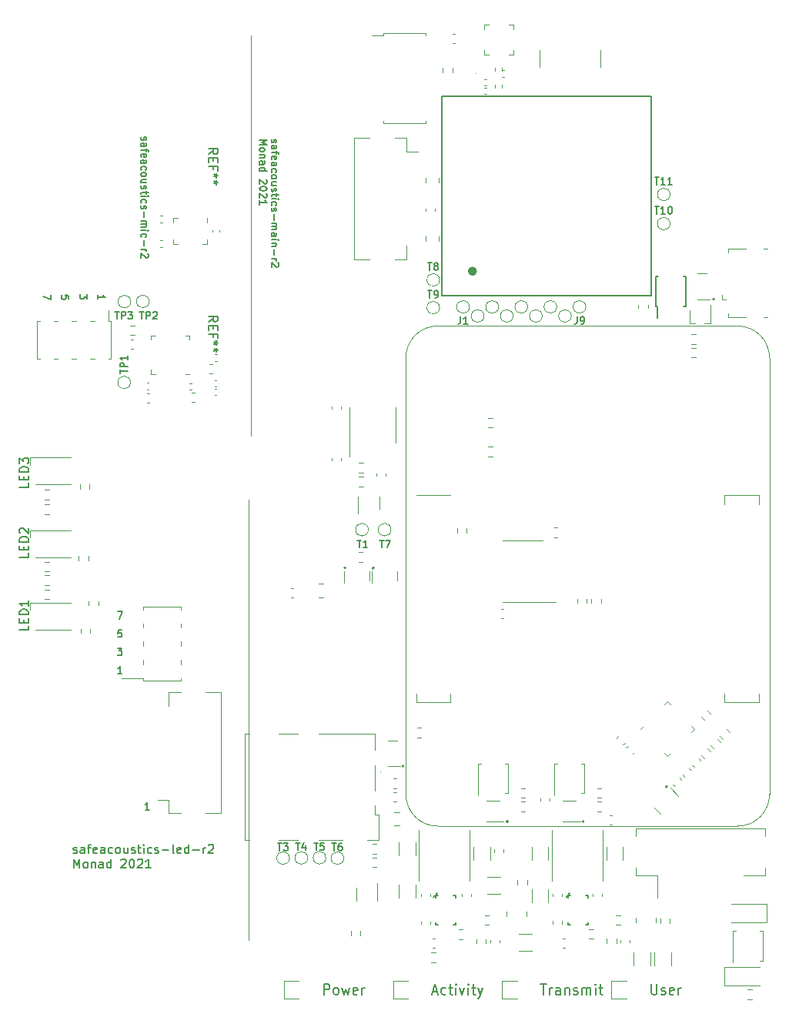
<source format=gbr>
%TF.GenerationSoftware,KiCad,Pcbnew,5.99.0-1.20210329git38c849b.fc33*%
%TF.CreationDate,2021-04-01T23:54:56+01:00*%
%TF.ProjectId,safeproject-panel-r2,73616665-7072-46f6-9a65-63742d70616e,rev?*%
%TF.SameCoordinates,Original*%
%TF.FileFunction,Legend,Top*%
%TF.FilePolarity,Positive*%
%FSLAX46Y46*%
G04 Gerber Fmt 4.6, Leading zero omitted, Abs format (unit mm)*
G04 Created by KiCad (PCBNEW 5.99.0-1.20210329git38c849b.fc33) date 2021-04-01 23:54:56*
%MOMM*%
%LPD*%
G01*
G04 APERTURE LIST*
%ADD10C,0.200000*%
%ADD11C,0.150000*%
%ADD12C,0.010000*%
%ADD13C,0.120000*%
%ADD14C,0.100000*%
%ADD15C,0.127000*%
%ADD16C,0.508000*%
G04 APERTURE END LIST*
D10*
X93550000Y-113250000D02*
G75*
G03*
X93550000Y-113250000I-100000J0D01*
G01*
X111050000Y-109400000D02*
G75*
G03*
X111050000Y-109400000I-100000J0D01*
G01*
X75700000Y-85350000D02*
G75*
G03*
X75700000Y-85350000I-100000J0D01*
G01*
X78800000Y-85350000D02*
G75*
G03*
X78800000Y-85350000I-100000J0D01*
G01*
X82100000Y-107150000D02*
G75*
G03*
X82100000Y-107150000I-100000J0D01*
G01*
X116250000Y-55800000D02*
G75*
G03*
X116250000Y-55800000I-100000J0D01*
G01*
X101900000Y-113250000D02*
G75*
G03*
X101900000Y-113250000I-100000J0D01*
G01*
X109291904Y-131092857D02*
X109291904Y-132064285D01*
X109344285Y-132178571D01*
X109396666Y-132235714D01*
X109501428Y-132292857D01*
X109710952Y-132292857D01*
X109815714Y-132235714D01*
X109868095Y-132178571D01*
X109920476Y-132064285D01*
X109920476Y-131092857D01*
X110391904Y-132235714D02*
X110496666Y-132292857D01*
X110706190Y-132292857D01*
X110810952Y-132235714D01*
X110863333Y-132121428D01*
X110863333Y-132064285D01*
X110810952Y-131950000D01*
X110706190Y-131892857D01*
X110549047Y-131892857D01*
X110444285Y-131835714D01*
X110391904Y-131721428D01*
X110391904Y-131664285D01*
X110444285Y-131550000D01*
X110549047Y-131492857D01*
X110706190Y-131492857D01*
X110810952Y-131550000D01*
X111753809Y-132235714D02*
X111649047Y-132292857D01*
X111439523Y-132292857D01*
X111334761Y-132235714D01*
X111282380Y-132121428D01*
X111282380Y-131664285D01*
X111334761Y-131550000D01*
X111439523Y-131492857D01*
X111649047Y-131492857D01*
X111753809Y-131550000D01*
X111806190Y-131664285D01*
X111806190Y-131778571D01*
X111282380Y-131892857D01*
X112277619Y-132292857D02*
X112277619Y-131492857D01*
X112277619Y-131721428D02*
X112330000Y-131607142D01*
X112382380Y-131550000D01*
X112487142Y-131492857D01*
X112591904Y-131492857D01*
X85239523Y-131950000D02*
X85763333Y-131950000D01*
X85134761Y-132292857D02*
X85501428Y-131092857D01*
X85868095Y-132292857D01*
X86706190Y-132235714D02*
X86601428Y-132292857D01*
X86391904Y-132292857D01*
X86287142Y-132235714D01*
X86234761Y-132178571D01*
X86182380Y-132064285D01*
X86182380Y-131721428D01*
X86234761Y-131607142D01*
X86287142Y-131550000D01*
X86391904Y-131492857D01*
X86601428Y-131492857D01*
X86706190Y-131550000D01*
X87020476Y-131492857D02*
X87439523Y-131492857D01*
X87177619Y-131092857D02*
X87177619Y-132121428D01*
X87230000Y-132235714D01*
X87334761Y-132292857D01*
X87439523Y-132292857D01*
X87806190Y-132292857D02*
X87806190Y-131492857D01*
X87806190Y-131092857D02*
X87753809Y-131150000D01*
X87806190Y-131207142D01*
X87858571Y-131150000D01*
X87806190Y-131092857D01*
X87806190Y-131207142D01*
X88225238Y-131492857D02*
X88487142Y-132292857D01*
X88749047Y-131492857D01*
X89168095Y-132292857D02*
X89168095Y-131492857D01*
X89168095Y-131092857D02*
X89115714Y-131150000D01*
X89168095Y-131207142D01*
X89220476Y-131150000D01*
X89168095Y-131092857D01*
X89168095Y-131207142D01*
X89534761Y-131492857D02*
X89953809Y-131492857D01*
X89691904Y-131092857D02*
X89691904Y-132121428D01*
X89744285Y-132235714D01*
X89849047Y-132292857D01*
X89953809Y-132292857D01*
X90215714Y-131492857D02*
X90477619Y-132292857D01*
X90739523Y-131492857D02*
X90477619Y-132292857D01*
X90372857Y-132578571D01*
X90320476Y-132635714D01*
X90215714Y-132692857D01*
D11*
X101153333Y-57719504D02*
X101153333Y-58290933D01*
X101115238Y-58405219D01*
X101039047Y-58481409D01*
X100924761Y-58519504D01*
X100848571Y-58519504D01*
X101572380Y-58519504D02*
X101724761Y-58519504D01*
X101800952Y-58481409D01*
X101839047Y-58443314D01*
X101915238Y-58329028D01*
X101953333Y-58176647D01*
X101953333Y-57871885D01*
X101915238Y-57795695D01*
X101877142Y-57757600D01*
X101800952Y-57719504D01*
X101648571Y-57719504D01*
X101572380Y-57757600D01*
X101534285Y-57795695D01*
X101496190Y-57871885D01*
X101496190Y-58062361D01*
X101534285Y-58138552D01*
X101572380Y-58176647D01*
X101648571Y-58214742D01*
X101800952Y-58214742D01*
X101877142Y-58176647D01*
X101915238Y-58138552D01*
X101953333Y-58062361D01*
X88300933Y-57719504D02*
X88300933Y-58290933D01*
X88262838Y-58405219D01*
X88186647Y-58481409D01*
X88072361Y-58519504D01*
X87996171Y-58519504D01*
X89100933Y-58519504D02*
X88643790Y-58519504D01*
X88872361Y-58519504D02*
X88872361Y-57719504D01*
X88796171Y-57833790D01*
X88719980Y-57909980D01*
X88643790Y-57948076D01*
D10*
X97134761Y-131092857D02*
X97763333Y-131092857D01*
X97449047Y-132292857D02*
X97449047Y-131092857D01*
X98130000Y-132292857D02*
X98130000Y-131492857D01*
X98130000Y-131721428D02*
X98182380Y-131607142D01*
X98234761Y-131550000D01*
X98339523Y-131492857D01*
X98444285Y-131492857D01*
X99282380Y-132292857D02*
X99282380Y-131664285D01*
X99230000Y-131550000D01*
X99125238Y-131492857D01*
X98915714Y-131492857D01*
X98810952Y-131550000D01*
X99282380Y-132235714D02*
X99177619Y-132292857D01*
X98915714Y-132292857D01*
X98810952Y-132235714D01*
X98758571Y-132121428D01*
X98758571Y-132007142D01*
X98810952Y-131892857D01*
X98915714Y-131835714D01*
X99177619Y-131835714D01*
X99282380Y-131778571D01*
X99806190Y-131492857D02*
X99806190Y-132292857D01*
X99806190Y-131607142D02*
X99858571Y-131550000D01*
X99963333Y-131492857D01*
X100120476Y-131492857D01*
X100225238Y-131550000D01*
X100277619Y-131664285D01*
X100277619Y-132292857D01*
X100749047Y-132235714D02*
X100853809Y-132292857D01*
X101063333Y-132292857D01*
X101168095Y-132235714D01*
X101220476Y-132121428D01*
X101220476Y-132064285D01*
X101168095Y-131950000D01*
X101063333Y-131892857D01*
X100906190Y-131892857D01*
X100801428Y-131835714D01*
X100749047Y-131721428D01*
X100749047Y-131664285D01*
X100801428Y-131550000D01*
X100906190Y-131492857D01*
X101063333Y-131492857D01*
X101168095Y-131550000D01*
X101691904Y-132292857D02*
X101691904Y-131492857D01*
X101691904Y-131607142D02*
X101744285Y-131550000D01*
X101849047Y-131492857D01*
X102006190Y-131492857D01*
X102110952Y-131550000D01*
X102163333Y-131664285D01*
X102163333Y-132292857D01*
X102163333Y-131664285D02*
X102215714Y-131550000D01*
X102320476Y-131492857D01*
X102477619Y-131492857D01*
X102582380Y-131550000D01*
X102634761Y-131664285D01*
X102634761Y-132292857D01*
X103158571Y-132292857D02*
X103158571Y-131492857D01*
X103158571Y-131092857D02*
X103106190Y-131150000D01*
X103158571Y-131207142D01*
X103210952Y-131150000D01*
X103158571Y-131092857D01*
X103158571Y-131207142D01*
X103525238Y-131492857D02*
X103944285Y-131492857D01*
X103682380Y-131092857D02*
X103682380Y-132121428D01*
X103734761Y-132235714D01*
X103839523Y-132292857D01*
X103944285Y-132292857D01*
X73291904Y-132292857D02*
X73291904Y-131092857D01*
X73710952Y-131092857D01*
X73815714Y-131150000D01*
X73868095Y-131207142D01*
X73920476Y-131321428D01*
X73920476Y-131492857D01*
X73868095Y-131607142D01*
X73815714Y-131664285D01*
X73710952Y-131721428D01*
X73291904Y-131721428D01*
X74549047Y-132292857D02*
X74444285Y-132235714D01*
X74391904Y-132178571D01*
X74339523Y-132064285D01*
X74339523Y-131721428D01*
X74391904Y-131607142D01*
X74444285Y-131550000D01*
X74549047Y-131492857D01*
X74706190Y-131492857D01*
X74810952Y-131550000D01*
X74863333Y-131607142D01*
X74915714Y-131721428D01*
X74915714Y-132064285D01*
X74863333Y-132178571D01*
X74810952Y-132235714D01*
X74706190Y-132292857D01*
X74549047Y-132292857D01*
X75282380Y-131492857D02*
X75491904Y-132292857D01*
X75701428Y-131721428D01*
X75910952Y-132292857D01*
X76120476Y-131492857D01*
X76958571Y-132235714D02*
X76853809Y-132292857D01*
X76644285Y-132292857D01*
X76539523Y-132235714D01*
X76487142Y-132121428D01*
X76487142Y-131664285D01*
X76539523Y-131550000D01*
X76644285Y-131492857D01*
X76853809Y-131492857D01*
X76958571Y-131550000D01*
X77010952Y-131664285D01*
X77010952Y-131778571D01*
X76487142Y-131892857D01*
X77482380Y-132292857D02*
X77482380Y-131492857D01*
X77482380Y-131721428D02*
X77534761Y-131607142D01*
X77587142Y-131550000D01*
X77691904Y-131492857D01*
X77796666Y-131492857D01*
D11*
X67551790Y-38239880D02*
X67513695Y-38316071D01*
X67513695Y-38468452D01*
X67551790Y-38544642D01*
X67627980Y-38582738D01*
X67666076Y-38582738D01*
X67742266Y-38544642D01*
X67780361Y-38468452D01*
X67780361Y-38354166D01*
X67818457Y-38277976D01*
X67894647Y-38239880D01*
X67932742Y-38239880D01*
X68008933Y-38277976D01*
X68047028Y-38354166D01*
X68047028Y-38468452D01*
X68008933Y-38544642D01*
X67513695Y-39268452D02*
X67932742Y-39268452D01*
X68008933Y-39230357D01*
X68047028Y-39154166D01*
X68047028Y-39001785D01*
X68008933Y-38925595D01*
X67551790Y-39268452D02*
X67513695Y-39192261D01*
X67513695Y-39001785D01*
X67551790Y-38925595D01*
X67627980Y-38887500D01*
X67704171Y-38887500D01*
X67780361Y-38925595D01*
X67818457Y-39001785D01*
X67818457Y-39192261D01*
X67856552Y-39268452D01*
X68047028Y-39535119D02*
X68047028Y-39839880D01*
X67513695Y-39649404D02*
X68199409Y-39649404D01*
X68275600Y-39687500D01*
X68313695Y-39763690D01*
X68313695Y-39839880D01*
X67551790Y-40411309D02*
X67513695Y-40335119D01*
X67513695Y-40182738D01*
X67551790Y-40106547D01*
X67627980Y-40068452D01*
X67932742Y-40068452D01*
X68008933Y-40106547D01*
X68047028Y-40182738D01*
X68047028Y-40335119D01*
X68008933Y-40411309D01*
X67932742Y-40449404D01*
X67856552Y-40449404D01*
X67780361Y-40068452D01*
X67513695Y-41135119D02*
X67932742Y-41135119D01*
X68008933Y-41097023D01*
X68047028Y-41020833D01*
X68047028Y-40868452D01*
X68008933Y-40792261D01*
X67551790Y-41135119D02*
X67513695Y-41058928D01*
X67513695Y-40868452D01*
X67551790Y-40792261D01*
X67627980Y-40754166D01*
X67704171Y-40754166D01*
X67780361Y-40792261D01*
X67818457Y-40868452D01*
X67818457Y-41058928D01*
X67856552Y-41135119D01*
X67551790Y-41858928D02*
X67513695Y-41782738D01*
X67513695Y-41630357D01*
X67551790Y-41554166D01*
X67589885Y-41516071D01*
X67666076Y-41477976D01*
X67894647Y-41477976D01*
X67970838Y-41516071D01*
X68008933Y-41554166D01*
X68047028Y-41630357D01*
X68047028Y-41782738D01*
X68008933Y-41858928D01*
X67513695Y-42316071D02*
X67551790Y-42239880D01*
X67589885Y-42201785D01*
X67666076Y-42163690D01*
X67894647Y-42163690D01*
X67970838Y-42201785D01*
X68008933Y-42239880D01*
X68047028Y-42316071D01*
X68047028Y-42430357D01*
X68008933Y-42506547D01*
X67970838Y-42544642D01*
X67894647Y-42582738D01*
X67666076Y-42582738D01*
X67589885Y-42544642D01*
X67551790Y-42506547D01*
X67513695Y-42430357D01*
X67513695Y-42316071D01*
X68047028Y-43268452D02*
X67513695Y-43268452D01*
X68047028Y-42925595D02*
X67627980Y-42925595D01*
X67551790Y-42963690D01*
X67513695Y-43039880D01*
X67513695Y-43154166D01*
X67551790Y-43230357D01*
X67589885Y-43268452D01*
X67551790Y-43611309D02*
X67513695Y-43687500D01*
X67513695Y-43839880D01*
X67551790Y-43916071D01*
X67627980Y-43954166D01*
X67666076Y-43954166D01*
X67742266Y-43916071D01*
X67780361Y-43839880D01*
X67780361Y-43725595D01*
X67818457Y-43649404D01*
X67894647Y-43611309D01*
X67932742Y-43611309D01*
X68008933Y-43649404D01*
X68047028Y-43725595D01*
X68047028Y-43839880D01*
X68008933Y-43916071D01*
X68047028Y-44182738D02*
X68047028Y-44487500D01*
X68313695Y-44297023D02*
X67627980Y-44297023D01*
X67551790Y-44335119D01*
X67513695Y-44411309D01*
X67513695Y-44487500D01*
X67513695Y-44754166D02*
X68047028Y-44754166D01*
X68313695Y-44754166D02*
X68275600Y-44716071D01*
X68237504Y-44754166D01*
X68275600Y-44792261D01*
X68313695Y-44754166D01*
X68237504Y-44754166D01*
X67551790Y-45477976D02*
X67513695Y-45401785D01*
X67513695Y-45249404D01*
X67551790Y-45173214D01*
X67589885Y-45135119D01*
X67666076Y-45097023D01*
X67894647Y-45097023D01*
X67970838Y-45135119D01*
X68008933Y-45173214D01*
X68047028Y-45249404D01*
X68047028Y-45401785D01*
X68008933Y-45477976D01*
X67551790Y-45782738D02*
X67513695Y-45858928D01*
X67513695Y-46011309D01*
X67551790Y-46087500D01*
X67627980Y-46125595D01*
X67666076Y-46125595D01*
X67742266Y-46087500D01*
X67780361Y-46011309D01*
X67780361Y-45897023D01*
X67818457Y-45820833D01*
X67894647Y-45782738D01*
X67932742Y-45782738D01*
X68008933Y-45820833D01*
X68047028Y-45897023D01*
X68047028Y-46011309D01*
X68008933Y-46087500D01*
X67818457Y-46468452D02*
X67818457Y-47077976D01*
X67513695Y-47458928D02*
X68047028Y-47458928D01*
X67970838Y-47458928D02*
X68008933Y-47497023D01*
X68047028Y-47573214D01*
X68047028Y-47687500D01*
X68008933Y-47763690D01*
X67932742Y-47801785D01*
X67513695Y-47801785D01*
X67932742Y-47801785D02*
X68008933Y-47839880D01*
X68047028Y-47916071D01*
X68047028Y-48030357D01*
X68008933Y-48106547D01*
X67932742Y-48144642D01*
X67513695Y-48144642D01*
X67513695Y-48868452D02*
X67932742Y-48868452D01*
X68008933Y-48830357D01*
X68047028Y-48754166D01*
X68047028Y-48601785D01*
X68008933Y-48525595D01*
X67551790Y-48868452D02*
X67513695Y-48792261D01*
X67513695Y-48601785D01*
X67551790Y-48525595D01*
X67627980Y-48487500D01*
X67704171Y-48487500D01*
X67780361Y-48525595D01*
X67818457Y-48601785D01*
X67818457Y-48792261D01*
X67856552Y-48868452D01*
X67513695Y-49249404D02*
X68047028Y-49249404D01*
X68313695Y-49249404D02*
X68275600Y-49211309D01*
X68237504Y-49249404D01*
X68275600Y-49287500D01*
X68313695Y-49249404D01*
X68237504Y-49249404D01*
X68047028Y-49630357D02*
X67513695Y-49630357D01*
X67970838Y-49630357D02*
X68008933Y-49668452D01*
X68047028Y-49744642D01*
X68047028Y-49858928D01*
X68008933Y-49935119D01*
X67932742Y-49973214D01*
X67513695Y-49973214D01*
X67818457Y-50354166D02*
X67818457Y-50963690D01*
X67513695Y-51344642D02*
X68047028Y-51344642D01*
X67894647Y-51344642D02*
X67970838Y-51382738D01*
X68008933Y-51420833D01*
X68047028Y-51497023D01*
X68047028Y-51573214D01*
X68237504Y-51801785D02*
X68275600Y-51839880D01*
X68313695Y-51916071D01*
X68313695Y-52106547D01*
X68275600Y-52182738D01*
X68237504Y-52220833D01*
X68161314Y-52258928D01*
X68085123Y-52258928D01*
X67970838Y-52220833D01*
X67513695Y-51763690D01*
X67513695Y-52258928D01*
X66225695Y-38277976D02*
X67025695Y-38277976D01*
X66454266Y-38544642D01*
X67025695Y-38811309D01*
X66225695Y-38811309D01*
X66225695Y-39306547D02*
X66263790Y-39230357D01*
X66301885Y-39192261D01*
X66378076Y-39154166D01*
X66606647Y-39154166D01*
X66682838Y-39192261D01*
X66720933Y-39230357D01*
X66759028Y-39306547D01*
X66759028Y-39420833D01*
X66720933Y-39497023D01*
X66682838Y-39535119D01*
X66606647Y-39573214D01*
X66378076Y-39573214D01*
X66301885Y-39535119D01*
X66263790Y-39497023D01*
X66225695Y-39420833D01*
X66225695Y-39306547D01*
X66759028Y-39916071D02*
X66225695Y-39916071D01*
X66682838Y-39916071D02*
X66720933Y-39954166D01*
X66759028Y-40030357D01*
X66759028Y-40144642D01*
X66720933Y-40220833D01*
X66644742Y-40258928D01*
X66225695Y-40258928D01*
X66225695Y-40982738D02*
X66644742Y-40982738D01*
X66720933Y-40944642D01*
X66759028Y-40868452D01*
X66759028Y-40716071D01*
X66720933Y-40639880D01*
X66263790Y-40982738D02*
X66225695Y-40906547D01*
X66225695Y-40716071D01*
X66263790Y-40639880D01*
X66339980Y-40601785D01*
X66416171Y-40601785D01*
X66492361Y-40639880D01*
X66530457Y-40716071D01*
X66530457Y-40906547D01*
X66568552Y-40982738D01*
X66225695Y-41706547D02*
X67025695Y-41706547D01*
X66263790Y-41706547D02*
X66225695Y-41630357D01*
X66225695Y-41477976D01*
X66263790Y-41401785D01*
X66301885Y-41363690D01*
X66378076Y-41325595D01*
X66606647Y-41325595D01*
X66682838Y-41363690D01*
X66720933Y-41401785D01*
X66759028Y-41477976D01*
X66759028Y-41630357D01*
X66720933Y-41706547D01*
X66949504Y-42658928D02*
X66987600Y-42697023D01*
X67025695Y-42773214D01*
X67025695Y-42963690D01*
X66987600Y-43039880D01*
X66949504Y-43077976D01*
X66873314Y-43116071D01*
X66797123Y-43116071D01*
X66682838Y-43077976D01*
X66225695Y-42620833D01*
X66225695Y-43116071D01*
X67025695Y-43611309D02*
X67025695Y-43687500D01*
X66987600Y-43763690D01*
X66949504Y-43801785D01*
X66873314Y-43839880D01*
X66720933Y-43877976D01*
X66530457Y-43877976D01*
X66378076Y-43839880D01*
X66301885Y-43801785D01*
X66263790Y-43763690D01*
X66225695Y-43687500D01*
X66225695Y-43611309D01*
X66263790Y-43535119D01*
X66301885Y-43497023D01*
X66378076Y-43458928D01*
X66530457Y-43420833D01*
X66720933Y-43420833D01*
X66873314Y-43458928D01*
X66949504Y-43497023D01*
X66987600Y-43535119D01*
X67025695Y-43611309D01*
X66949504Y-44182738D02*
X66987600Y-44220833D01*
X67025695Y-44297023D01*
X67025695Y-44487500D01*
X66987600Y-44563690D01*
X66949504Y-44601785D01*
X66873314Y-44639880D01*
X66797123Y-44639880D01*
X66682838Y-44601785D01*
X66225695Y-44144642D01*
X66225695Y-44639880D01*
X66225695Y-45401785D02*
X66225695Y-44944642D01*
X66225695Y-45173214D02*
X67025695Y-45173214D01*
X66911409Y-45097023D01*
X66835219Y-45020833D01*
X66797123Y-44944642D01*
X54078571Y-111961904D02*
X53621428Y-111961904D01*
X53850000Y-111961904D02*
X53850000Y-111161904D01*
X53773809Y-111276190D01*
X53697619Y-111352380D01*
X53621428Y-111390476D01*
X50583333Y-90161904D02*
X51116666Y-90161904D01*
X50773809Y-90961904D01*
X45735595Y-116699761D02*
X45826071Y-116747380D01*
X46007023Y-116747380D01*
X46097500Y-116699761D01*
X46142738Y-116604523D01*
X46142738Y-116556904D01*
X46097500Y-116461666D01*
X46007023Y-116414047D01*
X45871309Y-116414047D01*
X45780833Y-116366428D01*
X45735595Y-116271190D01*
X45735595Y-116223571D01*
X45780833Y-116128333D01*
X45871309Y-116080714D01*
X46007023Y-116080714D01*
X46097500Y-116128333D01*
X46957023Y-116747380D02*
X46957023Y-116223571D01*
X46911785Y-116128333D01*
X46821309Y-116080714D01*
X46640357Y-116080714D01*
X46549881Y-116128333D01*
X46957023Y-116699761D02*
X46866547Y-116747380D01*
X46640357Y-116747380D01*
X46549881Y-116699761D01*
X46504643Y-116604523D01*
X46504643Y-116509285D01*
X46549881Y-116414047D01*
X46640357Y-116366428D01*
X46866547Y-116366428D01*
X46957023Y-116318809D01*
X47273690Y-116080714D02*
X47635595Y-116080714D01*
X47409404Y-116747380D02*
X47409404Y-115890238D01*
X47454643Y-115795000D01*
X47545119Y-115747380D01*
X47635595Y-115747380D01*
X48314166Y-116699761D02*
X48223690Y-116747380D01*
X48042738Y-116747380D01*
X47952262Y-116699761D01*
X47907023Y-116604523D01*
X47907023Y-116223571D01*
X47952262Y-116128333D01*
X48042738Y-116080714D01*
X48223690Y-116080714D01*
X48314166Y-116128333D01*
X48359404Y-116223571D01*
X48359404Y-116318809D01*
X47907023Y-116414047D01*
X49173690Y-116747380D02*
X49173690Y-116223571D01*
X49128452Y-116128333D01*
X49037976Y-116080714D01*
X48857023Y-116080714D01*
X48766547Y-116128333D01*
X49173690Y-116699761D02*
X49083214Y-116747380D01*
X48857023Y-116747380D01*
X48766547Y-116699761D01*
X48721309Y-116604523D01*
X48721309Y-116509285D01*
X48766547Y-116414047D01*
X48857023Y-116366428D01*
X49083214Y-116366428D01*
X49173690Y-116318809D01*
X50033214Y-116699761D02*
X49942738Y-116747380D01*
X49761785Y-116747380D01*
X49671309Y-116699761D01*
X49626071Y-116652142D01*
X49580833Y-116556904D01*
X49580833Y-116271190D01*
X49626071Y-116175952D01*
X49671309Y-116128333D01*
X49761785Y-116080714D01*
X49942738Y-116080714D01*
X50033214Y-116128333D01*
X50576071Y-116747380D02*
X50485595Y-116699761D01*
X50440357Y-116652142D01*
X50395119Y-116556904D01*
X50395119Y-116271190D01*
X50440357Y-116175952D01*
X50485595Y-116128333D01*
X50576071Y-116080714D01*
X50711785Y-116080714D01*
X50802262Y-116128333D01*
X50847500Y-116175952D01*
X50892738Y-116271190D01*
X50892738Y-116556904D01*
X50847500Y-116652142D01*
X50802262Y-116699761D01*
X50711785Y-116747380D01*
X50576071Y-116747380D01*
X51707023Y-116080714D02*
X51707023Y-116747380D01*
X51299881Y-116080714D02*
X51299881Y-116604523D01*
X51345119Y-116699761D01*
X51435595Y-116747380D01*
X51571309Y-116747380D01*
X51661785Y-116699761D01*
X51707023Y-116652142D01*
X52114166Y-116699761D02*
X52204643Y-116747380D01*
X52385595Y-116747380D01*
X52476071Y-116699761D01*
X52521309Y-116604523D01*
X52521309Y-116556904D01*
X52476071Y-116461666D01*
X52385595Y-116414047D01*
X52249881Y-116414047D01*
X52159404Y-116366428D01*
X52114166Y-116271190D01*
X52114166Y-116223571D01*
X52159404Y-116128333D01*
X52249881Y-116080714D01*
X52385595Y-116080714D01*
X52476071Y-116128333D01*
X52792738Y-116080714D02*
X53154643Y-116080714D01*
X52928452Y-115747380D02*
X52928452Y-116604523D01*
X52973690Y-116699761D01*
X53064166Y-116747380D01*
X53154643Y-116747380D01*
X53471309Y-116747380D02*
X53471309Y-116080714D01*
X53471309Y-115747380D02*
X53426071Y-115795000D01*
X53471309Y-115842619D01*
X53516547Y-115795000D01*
X53471309Y-115747380D01*
X53471309Y-115842619D01*
X54330833Y-116699761D02*
X54240357Y-116747380D01*
X54059404Y-116747380D01*
X53968928Y-116699761D01*
X53923690Y-116652142D01*
X53878452Y-116556904D01*
X53878452Y-116271190D01*
X53923690Y-116175952D01*
X53968928Y-116128333D01*
X54059404Y-116080714D01*
X54240357Y-116080714D01*
X54330833Y-116128333D01*
X54692738Y-116699761D02*
X54783214Y-116747380D01*
X54964166Y-116747380D01*
X55054643Y-116699761D01*
X55099881Y-116604523D01*
X55099881Y-116556904D01*
X55054643Y-116461666D01*
X54964166Y-116414047D01*
X54828452Y-116414047D01*
X54737976Y-116366428D01*
X54692738Y-116271190D01*
X54692738Y-116223571D01*
X54737976Y-116128333D01*
X54828452Y-116080714D01*
X54964166Y-116080714D01*
X55054643Y-116128333D01*
X55507023Y-116366428D02*
X56230833Y-116366428D01*
X56818928Y-116747380D02*
X56728452Y-116699761D01*
X56683214Y-116604523D01*
X56683214Y-115747380D01*
X57542738Y-116699761D02*
X57452262Y-116747380D01*
X57271309Y-116747380D01*
X57180833Y-116699761D01*
X57135595Y-116604523D01*
X57135595Y-116223571D01*
X57180833Y-116128333D01*
X57271309Y-116080714D01*
X57452262Y-116080714D01*
X57542738Y-116128333D01*
X57587976Y-116223571D01*
X57587976Y-116318809D01*
X57135595Y-116414047D01*
X58402262Y-116747380D02*
X58402262Y-115747380D01*
X58402262Y-116699761D02*
X58311785Y-116747380D01*
X58130833Y-116747380D01*
X58040357Y-116699761D01*
X57995119Y-116652142D01*
X57949881Y-116556904D01*
X57949881Y-116271190D01*
X57995119Y-116175952D01*
X58040357Y-116128333D01*
X58130833Y-116080714D01*
X58311785Y-116080714D01*
X58402262Y-116128333D01*
X58854643Y-116366428D02*
X59578452Y-116366428D01*
X60030833Y-116747380D02*
X60030833Y-116080714D01*
X60030833Y-116271190D02*
X60076071Y-116175952D01*
X60121309Y-116128333D01*
X60211785Y-116080714D01*
X60302262Y-116080714D01*
X60573690Y-115842619D02*
X60618928Y-115795000D01*
X60709404Y-115747380D01*
X60935595Y-115747380D01*
X61026071Y-115795000D01*
X61071309Y-115842619D01*
X61116547Y-115937857D01*
X61116547Y-116033095D01*
X61071309Y-116175952D01*
X60528452Y-116747380D01*
X61116547Y-116747380D01*
X45780833Y-118357380D02*
X45780833Y-117357380D01*
X46097500Y-118071666D01*
X46414166Y-117357380D01*
X46414166Y-118357380D01*
X47002262Y-118357380D02*
X46911785Y-118309761D01*
X46866547Y-118262142D01*
X46821309Y-118166904D01*
X46821309Y-117881190D01*
X46866547Y-117785952D01*
X46911785Y-117738333D01*
X47002262Y-117690714D01*
X47137976Y-117690714D01*
X47228452Y-117738333D01*
X47273690Y-117785952D01*
X47318928Y-117881190D01*
X47318928Y-118166904D01*
X47273690Y-118262142D01*
X47228452Y-118309761D01*
X47137976Y-118357380D01*
X47002262Y-118357380D01*
X47726071Y-117690714D02*
X47726071Y-118357380D01*
X47726071Y-117785952D02*
X47771309Y-117738333D01*
X47861785Y-117690714D01*
X47997500Y-117690714D01*
X48087976Y-117738333D01*
X48133214Y-117833571D01*
X48133214Y-118357380D01*
X48992738Y-118357380D02*
X48992738Y-117833571D01*
X48947500Y-117738333D01*
X48857023Y-117690714D01*
X48676071Y-117690714D01*
X48585595Y-117738333D01*
X48992738Y-118309761D02*
X48902262Y-118357380D01*
X48676071Y-118357380D01*
X48585595Y-118309761D01*
X48540357Y-118214523D01*
X48540357Y-118119285D01*
X48585595Y-118024047D01*
X48676071Y-117976428D01*
X48902262Y-117976428D01*
X48992738Y-117928809D01*
X49852262Y-118357380D02*
X49852262Y-117357380D01*
X49852262Y-118309761D02*
X49761785Y-118357380D01*
X49580833Y-118357380D01*
X49490357Y-118309761D01*
X49445119Y-118262142D01*
X49399881Y-118166904D01*
X49399881Y-117881190D01*
X49445119Y-117785952D01*
X49490357Y-117738333D01*
X49580833Y-117690714D01*
X49761785Y-117690714D01*
X49852262Y-117738333D01*
X50983214Y-117452619D02*
X51028452Y-117405000D01*
X51118928Y-117357380D01*
X51345119Y-117357380D01*
X51435595Y-117405000D01*
X51480833Y-117452619D01*
X51526071Y-117547857D01*
X51526071Y-117643095D01*
X51480833Y-117785952D01*
X50937976Y-118357380D01*
X51526071Y-118357380D01*
X52114166Y-117357380D02*
X52204643Y-117357380D01*
X52295119Y-117405000D01*
X52340357Y-117452619D01*
X52385595Y-117547857D01*
X52430833Y-117738333D01*
X52430833Y-117976428D01*
X52385595Y-118166904D01*
X52340357Y-118262142D01*
X52295119Y-118309761D01*
X52204643Y-118357380D01*
X52114166Y-118357380D01*
X52023690Y-118309761D01*
X51978452Y-118262142D01*
X51933214Y-118166904D01*
X51887976Y-117976428D01*
X51887976Y-117738333D01*
X51933214Y-117547857D01*
X51978452Y-117452619D01*
X52023690Y-117405000D01*
X52114166Y-117357380D01*
X52792738Y-117452619D02*
X52837976Y-117405000D01*
X52928452Y-117357380D01*
X53154643Y-117357380D01*
X53245119Y-117405000D01*
X53290357Y-117452619D01*
X53335595Y-117547857D01*
X53335595Y-117643095D01*
X53290357Y-117785952D01*
X52747500Y-118357380D01*
X53335595Y-118357380D01*
X54240357Y-118357380D02*
X53697500Y-118357380D01*
X53968928Y-118357380D02*
X53968928Y-117357380D01*
X53878452Y-117500238D01*
X53787976Y-117595476D01*
X53697500Y-117643095D01*
X50583333Y-94161904D02*
X51078571Y-94161904D01*
X50811904Y-94466666D01*
X50926190Y-94466666D01*
X51002380Y-94504761D01*
X51040476Y-94542857D01*
X51078571Y-94619047D01*
X51078571Y-94809523D01*
X51040476Y-94885714D01*
X51002380Y-94923809D01*
X50926190Y-94961904D01*
X50697619Y-94961904D01*
X50621428Y-94923809D01*
X50583333Y-94885714D01*
X51078571Y-96961904D02*
X50621428Y-96961904D01*
X50850000Y-96961904D02*
X50850000Y-96161904D01*
X50773809Y-96276190D01*
X50697619Y-96352380D01*
X50621428Y-96390476D01*
X51040476Y-92161904D02*
X50659523Y-92161904D01*
X50621428Y-92542857D01*
X50659523Y-92504761D01*
X50735714Y-92466666D01*
X50926190Y-92466666D01*
X51002380Y-92504761D01*
X51040476Y-92542857D01*
X51078571Y-92619047D01*
X51078571Y-92809523D01*
X51040476Y-92885714D01*
X51002380Y-92923809D01*
X50926190Y-92961904D01*
X50735714Y-92961904D01*
X50659523Y-92923809D01*
X50621428Y-92885714D01*
X45238095Y-55790476D02*
X45238095Y-55409523D01*
X44857142Y-55371428D01*
X44895238Y-55409523D01*
X44933333Y-55485714D01*
X44933333Y-55676190D01*
X44895238Y-55752380D01*
X44857142Y-55790476D01*
X44780952Y-55828571D01*
X44590476Y-55828571D01*
X44514285Y-55790476D01*
X44476190Y-55752380D01*
X44438095Y-55676190D01*
X44438095Y-55485714D01*
X44476190Y-55409523D01*
X44514285Y-55371428D01*
X43238095Y-55333333D02*
X43238095Y-55866666D01*
X42438095Y-55523809D01*
X53226190Y-37971428D02*
X53188095Y-38047619D01*
X53188095Y-38200000D01*
X53226190Y-38276190D01*
X53302380Y-38314285D01*
X53340476Y-38314285D01*
X53416666Y-38276190D01*
X53454761Y-38200000D01*
X53454761Y-38085714D01*
X53492857Y-38009523D01*
X53569047Y-37971428D01*
X53607142Y-37971428D01*
X53683333Y-38009523D01*
X53721428Y-38085714D01*
X53721428Y-38200000D01*
X53683333Y-38276190D01*
X53188095Y-39000000D02*
X53607142Y-39000000D01*
X53683333Y-38961904D01*
X53721428Y-38885714D01*
X53721428Y-38733333D01*
X53683333Y-38657142D01*
X53226190Y-39000000D02*
X53188095Y-38923809D01*
X53188095Y-38733333D01*
X53226190Y-38657142D01*
X53302380Y-38619047D01*
X53378571Y-38619047D01*
X53454761Y-38657142D01*
X53492857Y-38733333D01*
X53492857Y-38923809D01*
X53530952Y-39000000D01*
X53721428Y-39266666D02*
X53721428Y-39571428D01*
X53188095Y-39380952D02*
X53873809Y-39380952D01*
X53950000Y-39419047D01*
X53988095Y-39495238D01*
X53988095Y-39571428D01*
X53226190Y-40142857D02*
X53188095Y-40066666D01*
X53188095Y-39914285D01*
X53226190Y-39838095D01*
X53302380Y-39800000D01*
X53607142Y-39800000D01*
X53683333Y-39838095D01*
X53721428Y-39914285D01*
X53721428Y-40066666D01*
X53683333Y-40142857D01*
X53607142Y-40180952D01*
X53530952Y-40180952D01*
X53454761Y-39800000D01*
X53188095Y-40866666D02*
X53607142Y-40866666D01*
X53683333Y-40828571D01*
X53721428Y-40752380D01*
X53721428Y-40600000D01*
X53683333Y-40523809D01*
X53226190Y-40866666D02*
X53188095Y-40790476D01*
X53188095Y-40600000D01*
X53226190Y-40523809D01*
X53302380Y-40485714D01*
X53378571Y-40485714D01*
X53454761Y-40523809D01*
X53492857Y-40600000D01*
X53492857Y-40790476D01*
X53530952Y-40866666D01*
X53226190Y-41590476D02*
X53188095Y-41514285D01*
X53188095Y-41361904D01*
X53226190Y-41285714D01*
X53264285Y-41247619D01*
X53340476Y-41209523D01*
X53569047Y-41209523D01*
X53645238Y-41247619D01*
X53683333Y-41285714D01*
X53721428Y-41361904D01*
X53721428Y-41514285D01*
X53683333Y-41590476D01*
X53188095Y-42047619D02*
X53226190Y-41971428D01*
X53264285Y-41933333D01*
X53340476Y-41895238D01*
X53569047Y-41895238D01*
X53645238Y-41933333D01*
X53683333Y-41971428D01*
X53721428Y-42047619D01*
X53721428Y-42161904D01*
X53683333Y-42238095D01*
X53645238Y-42276190D01*
X53569047Y-42314285D01*
X53340476Y-42314285D01*
X53264285Y-42276190D01*
X53226190Y-42238095D01*
X53188095Y-42161904D01*
X53188095Y-42047619D01*
X53721428Y-43000000D02*
X53188095Y-43000000D01*
X53721428Y-42657142D02*
X53302380Y-42657142D01*
X53226190Y-42695238D01*
X53188095Y-42771428D01*
X53188095Y-42885714D01*
X53226190Y-42961904D01*
X53264285Y-43000000D01*
X53226190Y-43342857D02*
X53188095Y-43419047D01*
X53188095Y-43571428D01*
X53226190Y-43647619D01*
X53302380Y-43685714D01*
X53340476Y-43685714D01*
X53416666Y-43647619D01*
X53454761Y-43571428D01*
X53454761Y-43457142D01*
X53492857Y-43380952D01*
X53569047Y-43342857D01*
X53607142Y-43342857D01*
X53683333Y-43380952D01*
X53721428Y-43457142D01*
X53721428Y-43571428D01*
X53683333Y-43647619D01*
X53721428Y-43914285D02*
X53721428Y-44219047D01*
X53988095Y-44028571D02*
X53302380Y-44028571D01*
X53226190Y-44066666D01*
X53188095Y-44142857D01*
X53188095Y-44219047D01*
X53188095Y-44485714D02*
X53721428Y-44485714D01*
X53988095Y-44485714D02*
X53950000Y-44447619D01*
X53911904Y-44485714D01*
X53950000Y-44523809D01*
X53988095Y-44485714D01*
X53911904Y-44485714D01*
X53226190Y-45209523D02*
X53188095Y-45133333D01*
X53188095Y-44980952D01*
X53226190Y-44904761D01*
X53264285Y-44866666D01*
X53340476Y-44828571D01*
X53569047Y-44828571D01*
X53645238Y-44866666D01*
X53683333Y-44904761D01*
X53721428Y-44980952D01*
X53721428Y-45133333D01*
X53683333Y-45209523D01*
X53226190Y-45514285D02*
X53188095Y-45590476D01*
X53188095Y-45742857D01*
X53226190Y-45819047D01*
X53302380Y-45857142D01*
X53340476Y-45857142D01*
X53416666Y-45819047D01*
X53454761Y-45742857D01*
X53454761Y-45628571D01*
X53492857Y-45552380D01*
X53569047Y-45514285D01*
X53607142Y-45514285D01*
X53683333Y-45552380D01*
X53721428Y-45628571D01*
X53721428Y-45742857D01*
X53683333Y-45819047D01*
X53492857Y-46200000D02*
X53492857Y-46809523D01*
X53188095Y-47190476D02*
X53721428Y-47190476D01*
X53645238Y-47190476D02*
X53683333Y-47228571D01*
X53721428Y-47304761D01*
X53721428Y-47419047D01*
X53683333Y-47495238D01*
X53607142Y-47533333D01*
X53188095Y-47533333D01*
X53607142Y-47533333D02*
X53683333Y-47571428D01*
X53721428Y-47647619D01*
X53721428Y-47761904D01*
X53683333Y-47838095D01*
X53607142Y-47876190D01*
X53188095Y-47876190D01*
X53188095Y-48257142D02*
X53721428Y-48257142D01*
X53988095Y-48257142D02*
X53950000Y-48219047D01*
X53911904Y-48257142D01*
X53950000Y-48295238D01*
X53988095Y-48257142D01*
X53911904Y-48257142D01*
X53226190Y-48980952D02*
X53188095Y-48904761D01*
X53188095Y-48752380D01*
X53226190Y-48676190D01*
X53264285Y-48638095D01*
X53340476Y-48600000D01*
X53569047Y-48600000D01*
X53645238Y-48638095D01*
X53683333Y-48676190D01*
X53721428Y-48752380D01*
X53721428Y-48904761D01*
X53683333Y-48980952D01*
X53492857Y-49323809D02*
X53492857Y-49933333D01*
X53188095Y-50314285D02*
X53721428Y-50314285D01*
X53569047Y-50314285D02*
X53645238Y-50352380D01*
X53683333Y-50390476D01*
X53721428Y-50466666D01*
X53721428Y-50542857D01*
X53911904Y-50771428D02*
X53950000Y-50809523D01*
X53988095Y-50885714D01*
X53988095Y-51076190D01*
X53950000Y-51152380D01*
X53911904Y-51190476D01*
X53835714Y-51228571D01*
X53759523Y-51228571D01*
X53645238Y-51190476D01*
X53188095Y-50733333D01*
X53188095Y-51228571D01*
X47238095Y-55283333D02*
X47238095Y-55778571D01*
X46933333Y-55511904D01*
X46933333Y-55626190D01*
X46895238Y-55702380D01*
X46857142Y-55740476D01*
X46780952Y-55778571D01*
X46590476Y-55778571D01*
X46514285Y-55740476D01*
X46476190Y-55702380D01*
X46438095Y-55626190D01*
X46438095Y-55397619D01*
X46476190Y-55321428D01*
X46514285Y-55283333D01*
X48438095Y-55778571D02*
X48438095Y-55321428D01*
X48438095Y-55550000D02*
X49238095Y-55550000D01*
X49123809Y-55473809D01*
X49047619Y-55397619D01*
X49009523Y-55321428D01*
%TO.C,REF\u002A\u002A*%
X60597619Y-58279165D02*
X61073809Y-57945832D01*
X60597619Y-57707737D02*
X61597619Y-57707737D01*
X61597619Y-58088689D01*
X61550000Y-58183927D01*
X61502380Y-58231546D01*
X61407142Y-58279165D01*
X61264285Y-58279165D01*
X61169047Y-58231546D01*
X61121428Y-58183927D01*
X61073809Y-58088689D01*
X61073809Y-57707737D01*
X61121428Y-58707737D02*
X61121428Y-59041070D01*
X60597619Y-59183927D02*
X60597619Y-58707737D01*
X61597619Y-58707737D01*
X61597619Y-59183927D01*
X61121428Y-59945832D02*
X61121428Y-59612499D01*
X60597619Y-59612499D02*
X61597619Y-59612499D01*
X61597619Y-60088689D01*
X61597619Y-60612499D02*
X61359523Y-60612499D01*
X61454761Y-60374403D02*
X61359523Y-60612499D01*
X61454761Y-60850594D01*
X61169047Y-60469641D02*
X61359523Y-60612499D01*
X61169047Y-60755356D01*
X61597619Y-61374403D02*
X61359523Y-61374403D01*
X61454761Y-61136308D02*
X61359523Y-61374403D01*
X61454761Y-61612499D01*
X61169047Y-61231546D02*
X61359523Y-61374403D01*
X61169047Y-61517260D01*
X60597619Y-39854165D02*
X61073809Y-39520832D01*
X60597619Y-39282737D02*
X61597619Y-39282737D01*
X61597619Y-39663689D01*
X61550000Y-39758927D01*
X61502380Y-39806546D01*
X61407142Y-39854165D01*
X61264285Y-39854165D01*
X61169047Y-39806546D01*
X61121428Y-39758927D01*
X61073809Y-39663689D01*
X61073809Y-39282737D01*
X61121428Y-40282737D02*
X61121428Y-40616070D01*
X60597619Y-40758927D02*
X60597619Y-40282737D01*
X61597619Y-40282737D01*
X61597619Y-40758927D01*
X61121428Y-41520832D02*
X61121428Y-41187499D01*
X60597619Y-41187499D02*
X61597619Y-41187499D01*
X61597619Y-41663689D01*
X61597619Y-42187499D02*
X61359523Y-42187499D01*
X61454761Y-41949403D02*
X61359523Y-42187499D01*
X61454761Y-42425594D01*
X61169047Y-42044641D02*
X61359523Y-42187499D01*
X61169047Y-42330356D01*
X61597619Y-42949403D02*
X61359523Y-42949403D01*
X61454761Y-42711308D02*
X61359523Y-42949403D01*
X61454761Y-43187499D01*
X61169047Y-42806546D02*
X61359523Y-42949403D01*
X61169047Y-43092260D01*
%TO.C,T10*%
X109675123Y-45603504D02*
X110132266Y-45603504D01*
X109903695Y-46403504D02*
X109903695Y-45603504D01*
X110817980Y-46403504D02*
X110360838Y-46403504D01*
X110589409Y-46403504D02*
X110589409Y-45603504D01*
X110513219Y-45717790D01*
X110437028Y-45793980D01*
X110360838Y-45832076D01*
X111313219Y-45603504D02*
X111389409Y-45603504D01*
X111465600Y-45641600D01*
X111503695Y-45679695D01*
X111541790Y-45755885D01*
X111579885Y-45908266D01*
X111579885Y-46098742D01*
X111541790Y-46251123D01*
X111503695Y-46327314D01*
X111465600Y-46365409D01*
X111389409Y-46403504D01*
X111313219Y-46403504D01*
X111237028Y-46365409D01*
X111198933Y-46327314D01*
X111160838Y-46251123D01*
X111122742Y-46098742D01*
X111122742Y-45908266D01*
X111160838Y-45755885D01*
X111198933Y-45679695D01*
X111237028Y-45641600D01*
X111313219Y-45603504D01*
%TO.C,T7*%
X79434476Y-82306704D02*
X79891619Y-82306704D01*
X79663047Y-83106704D02*
X79663047Y-82306704D01*
X80082095Y-82306704D02*
X80615428Y-82306704D01*
X80272571Y-83106704D01*
%TO.C,T4*%
X70190476Y-115606504D02*
X70647619Y-115606504D01*
X70419047Y-116406504D02*
X70419047Y-115606504D01*
X71257142Y-115873171D02*
X71257142Y-116406504D01*
X71066666Y-115568409D02*
X70876190Y-116139838D01*
X71371428Y-116139838D01*
%TO.C,T1*%
X76934476Y-82306704D02*
X77391619Y-82306704D01*
X77163047Y-83106704D02*
X77163047Y-82306704D01*
X78077333Y-83106704D02*
X77620190Y-83106704D01*
X77848761Y-83106704D02*
X77848761Y-82306704D01*
X77772571Y-82420990D01*
X77696380Y-82497180D01*
X77620190Y-82535276D01*
%TO.C,T6*%
X74165476Y-115631504D02*
X74622619Y-115631504D01*
X74394047Y-116431504D02*
X74394047Y-115631504D01*
X75232142Y-115631504D02*
X75079761Y-115631504D01*
X75003571Y-115669600D01*
X74965476Y-115707695D01*
X74889285Y-115821980D01*
X74851190Y-115974361D01*
X74851190Y-116279123D01*
X74889285Y-116355314D01*
X74927380Y-116393409D01*
X75003571Y-116431504D01*
X75155952Y-116431504D01*
X75232142Y-116393409D01*
X75270238Y-116355314D01*
X75308333Y-116279123D01*
X75308333Y-116088647D01*
X75270238Y-116012457D01*
X75232142Y-115974361D01*
X75155952Y-115936266D01*
X75003571Y-115936266D01*
X74927380Y-115974361D01*
X74889285Y-116012457D01*
X74851190Y-116088647D01*
%TO.C,T5*%
X72190476Y-115581504D02*
X72647619Y-115581504D01*
X72419047Y-116381504D02*
X72419047Y-115581504D01*
X73295238Y-115581504D02*
X72914285Y-115581504D01*
X72876190Y-115962457D01*
X72914285Y-115924361D01*
X72990476Y-115886266D01*
X73180952Y-115886266D01*
X73257142Y-115924361D01*
X73295238Y-115962457D01*
X73333333Y-116038647D01*
X73333333Y-116229123D01*
X73295238Y-116305314D01*
X73257142Y-116343409D01*
X73180952Y-116381504D01*
X72990476Y-116381504D01*
X72914285Y-116343409D01*
X72876190Y-116305314D01*
%TO.C,T8*%
X84706876Y-51801104D02*
X85164019Y-51801104D01*
X84935447Y-52601104D02*
X84935447Y-51801104D01*
X85544971Y-52143961D02*
X85468780Y-52105866D01*
X85430685Y-52067771D01*
X85392590Y-51991580D01*
X85392590Y-51953485D01*
X85430685Y-51877295D01*
X85468780Y-51839200D01*
X85544971Y-51801104D01*
X85697352Y-51801104D01*
X85773542Y-51839200D01*
X85811638Y-51877295D01*
X85849733Y-51953485D01*
X85849733Y-51991580D01*
X85811638Y-52067771D01*
X85773542Y-52105866D01*
X85697352Y-52143961D01*
X85544971Y-52143961D01*
X85468780Y-52182057D01*
X85430685Y-52220152D01*
X85392590Y-52296342D01*
X85392590Y-52448723D01*
X85430685Y-52524914D01*
X85468780Y-52563009D01*
X85544971Y-52601104D01*
X85697352Y-52601104D01*
X85773542Y-52563009D01*
X85811638Y-52524914D01*
X85849733Y-52448723D01*
X85849733Y-52296342D01*
X85811638Y-52220152D01*
X85773542Y-52182057D01*
X85697352Y-52143961D01*
%TO.C,T9*%
X84706876Y-54849104D02*
X85164019Y-54849104D01*
X84935447Y-55649104D02*
X84935447Y-54849104D01*
X85468780Y-55649104D02*
X85621161Y-55649104D01*
X85697352Y-55611009D01*
X85735447Y-55572914D01*
X85811638Y-55458628D01*
X85849733Y-55306247D01*
X85849733Y-55001485D01*
X85811638Y-54925295D01*
X85773542Y-54887200D01*
X85697352Y-54849104D01*
X85544971Y-54849104D01*
X85468780Y-54887200D01*
X85430685Y-54925295D01*
X85392590Y-55001485D01*
X85392590Y-55191961D01*
X85430685Y-55268152D01*
X85468780Y-55306247D01*
X85544971Y-55344342D01*
X85697352Y-55344342D01*
X85773542Y-55306247D01*
X85811638Y-55268152D01*
X85849733Y-55191961D01*
%TO.C,T3*%
X68190476Y-115631504D02*
X68647619Y-115631504D01*
X68419047Y-116431504D02*
X68419047Y-115631504D01*
X68838095Y-115631504D02*
X69333333Y-115631504D01*
X69066666Y-115936266D01*
X69180952Y-115936266D01*
X69257142Y-115974361D01*
X69295238Y-116012457D01*
X69333333Y-116088647D01*
X69333333Y-116279123D01*
X69295238Y-116355314D01*
X69257142Y-116393409D01*
X69180952Y-116431504D01*
X68952380Y-116431504D01*
X68876190Y-116393409D01*
X68838095Y-116355314D01*
%TO.C,T11*%
X109675123Y-42403104D02*
X110132266Y-42403104D01*
X109903695Y-43203104D02*
X109903695Y-42403104D01*
X110817980Y-43203104D02*
X110360838Y-43203104D01*
X110589409Y-43203104D02*
X110589409Y-42403104D01*
X110513219Y-42517390D01*
X110437028Y-42593580D01*
X110360838Y-42631676D01*
X111579885Y-43203104D02*
X111122742Y-43203104D01*
X111351314Y-43203104D02*
X111351314Y-42403104D01*
X111275123Y-42517390D01*
X111198933Y-42593580D01*
X111122742Y-42631676D01*
%TO.C,LED3*%
X40802380Y-76019047D02*
X40802380Y-76495238D01*
X39802380Y-76495238D01*
X40278571Y-75685714D02*
X40278571Y-75352380D01*
X40802380Y-75209523D02*
X40802380Y-75685714D01*
X39802380Y-75685714D01*
X39802380Y-75209523D01*
X40802380Y-74780952D02*
X39802380Y-74780952D01*
X39802380Y-74542857D01*
X39850000Y-74400000D01*
X39945238Y-74304761D01*
X40040476Y-74257142D01*
X40230952Y-74209523D01*
X40373809Y-74209523D01*
X40564285Y-74257142D01*
X40659523Y-74304761D01*
X40754761Y-74400000D01*
X40802380Y-74542857D01*
X40802380Y-74780952D01*
X39802380Y-73876190D02*
X39802380Y-73257142D01*
X40183333Y-73590476D01*
X40183333Y-73447619D01*
X40230952Y-73352380D01*
X40278571Y-73304761D01*
X40373809Y-73257142D01*
X40611904Y-73257142D01*
X40707142Y-73304761D01*
X40754761Y-73352380D01*
X40802380Y-73447619D01*
X40802380Y-73733333D01*
X40754761Y-73828571D01*
X40707142Y-73876190D01*
%TO.C,LED2*%
X40802380Y-83719047D02*
X40802380Y-84195238D01*
X39802380Y-84195238D01*
X40278571Y-83385714D02*
X40278571Y-83052380D01*
X40802380Y-82909523D02*
X40802380Y-83385714D01*
X39802380Y-83385714D01*
X39802380Y-82909523D01*
X40802380Y-82480952D02*
X39802380Y-82480952D01*
X39802380Y-82242857D01*
X39850000Y-82100000D01*
X39945238Y-82004761D01*
X40040476Y-81957142D01*
X40230952Y-81909523D01*
X40373809Y-81909523D01*
X40564285Y-81957142D01*
X40659523Y-82004761D01*
X40754761Y-82100000D01*
X40802380Y-82242857D01*
X40802380Y-82480952D01*
X39897619Y-81528571D02*
X39850000Y-81480952D01*
X39802380Y-81385714D01*
X39802380Y-81147619D01*
X39850000Y-81052380D01*
X39897619Y-81004761D01*
X39992857Y-80957142D01*
X40088095Y-80957142D01*
X40230952Y-81004761D01*
X40802380Y-81576190D01*
X40802380Y-80957142D01*
%TO.C,LED1*%
X40802380Y-91719047D02*
X40802380Y-92195238D01*
X39802380Y-92195238D01*
X40278571Y-91385714D02*
X40278571Y-91052380D01*
X40802380Y-90909523D02*
X40802380Y-91385714D01*
X39802380Y-91385714D01*
X39802380Y-90909523D01*
X40802380Y-90480952D02*
X39802380Y-90480952D01*
X39802380Y-90242857D01*
X39850000Y-90100000D01*
X39945238Y-90004761D01*
X40040476Y-89957142D01*
X40230952Y-89909523D01*
X40373809Y-89909523D01*
X40564285Y-89957142D01*
X40659523Y-90004761D01*
X40754761Y-90100000D01*
X40802380Y-90242857D01*
X40802380Y-90480952D01*
X40802380Y-88957142D02*
X40802380Y-89528571D01*
X40802380Y-89242857D02*
X39802380Y-89242857D01*
X39945238Y-89338095D01*
X40040476Y-89433333D01*
X40088095Y-89528571D01*
%TO.C,TP1*%
X50876527Y-63969807D02*
X50876527Y-63512664D01*
X51676527Y-63741236D02*
X50876527Y-63741236D01*
X51676527Y-63245998D02*
X50876527Y-63245998D01*
X50876527Y-62941236D01*
X50914623Y-62865045D01*
X50952718Y-62826950D01*
X51028908Y-62788855D01*
X51143194Y-62788855D01*
X51219384Y-62826950D01*
X51257480Y-62865045D01*
X51295575Y-62941236D01*
X51295575Y-63245998D01*
X51676527Y-62026950D02*
X51676527Y-62484093D01*
X51676527Y-62255522D02*
X50876527Y-62255522D01*
X50990813Y-62331712D01*
X51067003Y-62407903D01*
X51105099Y-62484093D01*
%TO.C,TP3*%
X50290476Y-57186904D02*
X50747619Y-57186904D01*
X50519047Y-57986904D02*
X50519047Y-57186904D01*
X51014285Y-57986904D02*
X51014285Y-57186904D01*
X51319047Y-57186904D01*
X51395238Y-57225000D01*
X51433333Y-57263095D01*
X51471428Y-57339285D01*
X51471428Y-57453571D01*
X51433333Y-57529761D01*
X51395238Y-57567857D01*
X51319047Y-57605952D01*
X51014285Y-57605952D01*
X51738095Y-57186904D02*
X52233333Y-57186904D01*
X51966666Y-57491666D01*
X52080952Y-57491666D01*
X52157142Y-57529761D01*
X52195238Y-57567857D01*
X52233333Y-57644047D01*
X52233333Y-57834523D01*
X52195238Y-57910714D01*
X52157142Y-57948809D01*
X52080952Y-57986904D01*
X51852380Y-57986904D01*
X51776190Y-57948809D01*
X51738095Y-57910714D01*
%TO.C,TP2*%
X53015476Y-57161904D02*
X53472619Y-57161904D01*
X53244047Y-57961904D02*
X53244047Y-57161904D01*
X53739285Y-57961904D02*
X53739285Y-57161904D01*
X54044047Y-57161904D01*
X54120238Y-57200000D01*
X54158333Y-57238095D01*
X54196428Y-57314285D01*
X54196428Y-57428571D01*
X54158333Y-57504761D01*
X54120238Y-57542857D01*
X54044047Y-57580952D01*
X53739285Y-57580952D01*
X54501190Y-57238095D02*
X54539285Y-57200000D01*
X54615476Y-57161904D01*
X54805952Y-57161904D01*
X54882142Y-57200000D01*
X54920238Y-57238095D01*
X54958333Y-57314285D01*
X54958333Y-57390476D01*
X54920238Y-57504761D01*
X54463095Y-57961904D01*
X54958333Y-57961904D01*
D12*
%TO.C,REF\u002A\u002A*%
X65300000Y-40800000D02*
X65300000Y-70800000D01*
X65000000Y-96275000D02*
X65000000Y-126275000D01*
X65300000Y-26800000D02*
X65300000Y-56800000D01*
X65000000Y-77850000D02*
X65000000Y-107850000D01*
D13*
%TO.C,J15*%
X117740000Y-57810000D02*
X117740000Y-57390000D01*
X122090000Y-57810000D02*
X121690000Y-57810000D01*
X119720000Y-50290000D02*
X117740000Y-50290000D01*
X117740000Y-50290000D02*
X117740000Y-50710000D01*
X117060000Y-55360000D02*
X117060000Y-55810000D01*
X121690000Y-50290000D02*
X122090000Y-50290000D01*
X119720000Y-57810000D02*
X117740000Y-57810000D01*
X117510000Y-55810000D02*
X117060000Y-55810000D01*
%TO.C,Q3*%
X118270600Y-125262200D02*
X118605600Y-125262200D01*
X121205600Y-128532200D02*
X121540600Y-128532200D01*
X118270600Y-128767200D02*
X118270600Y-125262200D01*
X121205600Y-125262200D02*
X121540600Y-125262200D01*
X121540600Y-128532200D02*
X121540600Y-125262200D01*
%TO.C,D1*%
X80900000Y-132710000D02*
X82542500Y-132710000D01*
X82542500Y-130790000D02*
X80900000Y-130790000D01*
X80900000Y-130790000D02*
X80900000Y-132710000D01*
%TO.C,T10*%
X111365600Y-47489600D02*
G75*
G03*
X111365600Y-47489600I-700000J0D01*
G01*
%TO.C,Q1*%
X90240000Y-106865000D02*
X90575000Y-106865000D01*
X93175000Y-106865000D02*
X93510000Y-106865000D01*
X93175000Y-110135000D02*
X93510000Y-110135000D01*
X90240000Y-110370000D02*
X90240000Y-106865000D01*
X93510000Y-110135000D02*
X93510000Y-106865000D01*
%TO.C,J10*%
X109940000Y-119210000D02*
X109940000Y-121600000D01*
X121785000Y-118360000D02*
X121785000Y-119210000D01*
X107615000Y-114840000D02*
X107615000Y-113990000D01*
X121785000Y-113990000D02*
X121785000Y-114840000D01*
X107615000Y-118360000D02*
X107615000Y-119210000D01*
X107615000Y-119210000D02*
X109940000Y-119210000D01*
X107615000Y-113990000D02*
X121785000Y-113990000D01*
X121785000Y-119210000D02*
X119460000Y-119210000D01*
%TO.C,T7*%
X80675000Y-81150000D02*
G75*
G03*
X80675000Y-81150000I-700000J0D01*
G01*
D11*
%TO.C,U5*%
X85550000Y-121350000D02*
X85550000Y-121600000D01*
X85550000Y-121350000D02*
X85750000Y-121150000D01*
X87750000Y-124550000D02*
X87750000Y-124300000D01*
X87500000Y-124550000D02*
X87750000Y-124550000D01*
X87750000Y-121350000D02*
X87500000Y-121350000D01*
X85550000Y-124300000D02*
X85550000Y-124550000D01*
X85550000Y-121350000D02*
X85350000Y-121550000D01*
X85550000Y-124550000D02*
X85800000Y-124550000D01*
X87750000Y-121600000D02*
X87750000Y-121350000D01*
X85800000Y-121350000D02*
X85550000Y-121350000D01*
D13*
%TO.C,C36*%
X79090000Y-75240580D02*
X79090000Y-74959420D01*
X80110000Y-75240580D02*
X80110000Y-74959420D01*
%TO.C,C23*%
X85935000Y-48888748D02*
X85935000Y-49411252D01*
X84465000Y-48888748D02*
X84465000Y-49411252D01*
%TO.C,T4*%
X71500000Y-117250000D02*
G75*
G03*
X71500000Y-117250000I-700000J0D01*
G01*
%TO.C,R7*%
X94962742Y-112122500D02*
X95437258Y-112122500D01*
X94962742Y-111077500D02*
X95437258Y-111077500D01*
%TO.C,D4*%
X122000000Y-122300000D02*
X118100000Y-122300000D01*
X122000000Y-124300000D02*
X118100000Y-124300000D01*
X122000000Y-124300000D02*
X122000000Y-122300000D01*
%TO.C,R8*%
X103337742Y-112122500D02*
X103812258Y-112122500D01*
X103337742Y-111077500D02*
X103812258Y-111077500D01*
%TO.C,U13*%
X81210000Y-69650000D02*
X81210000Y-71600000D01*
X76090000Y-69650000D02*
X76090000Y-73100000D01*
X76090000Y-69650000D02*
X76090000Y-67700000D01*
X81210000Y-69650000D02*
X81210000Y-67700000D01*
%TO.C,C43*%
X109188000Y-127651948D02*
X109188000Y-129074452D01*
X107368000Y-127651948D02*
X107368000Y-129074452D01*
%TO.C,C42*%
X83940000Y-121490580D02*
X83940000Y-121209420D01*
X84960000Y-121490580D02*
X84960000Y-121209420D01*
%TO.C,U9*%
X95150000Y-89135000D02*
X98750000Y-89135000D01*
X95150000Y-89135000D02*
X92950000Y-89135000D01*
X95150000Y-82365000D02*
X97350000Y-82365000D01*
X95150000Y-82365000D02*
X92950000Y-82365000D01*
%TO.C,C13*%
X89740000Y-116038748D02*
X89740000Y-117461252D01*
X91560000Y-116038748D02*
X91560000Y-117461252D01*
%TO.C,Q4*%
X115810000Y-58430000D02*
X115810000Y-56400000D01*
X115810000Y-58430000D02*
X115150000Y-58430000D01*
X113490000Y-57020000D02*
X113490000Y-58430000D01*
X114150000Y-58430000D02*
X113490000Y-58430000D01*
%TO.C,U8*%
X80346000Y-104357200D02*
X81346000Y-104357200D01*
X80346000Y-107157200D02*
X81646000Y-107157200D01*
%TO.C,U11*%
X75500000Y-85700000D02*
X75500000Y-87000000D01*
X78300000Y-85700000D02*
X78300000Y-86700000D01*
%TO.C,R26*%
X117196311Y-104185238D02*
X116860778Y-103849705D01*
X117935238Y-103446311D02*
X117599705Y-103110778D01*
%TO.C,R20*%
X92120000Y-32251359D02*
X92120000Y-32558641D01*
X92880000Y-32251359D02*
X92880000Y-32558641D01*
%TO.C,T1*%
X78175000Y-81150000D02*
G75*
G03*
X78175000Y-81150000I-700000J0D01*
G01*
D14*
%TO.C,J12*%
X90900000Y-28905000D02*
X91400000Y-28905000D01*
X90900000Y-28905000D02*
X90900000Y-28405000D01*
X90900000Y-25605000D02*
X90900000Y-26105000D01*
X94100000Y-28905000D02*
X94100000Y-28405000D01*
X94100000Y-28905000D02*
X93600000Y-28905000D01*
X90900000Y-25605000D02*
X91400000Y-25605000D01*
X94100000Y-25605000D02*
X94100000Y-26105000D01*
X94100000Y-25605000D02*
X93600000Y-25605000D01*
D13*
%TO.C,R35*%
X94577500Y-120187258D02*
X94577500Y-119712742D01*
X95622500Y-120187258D02*
X95622500Y-119712742D01*
%TO.C,R22*%
X78612742Y-117227500D02*
X79087258Y-117227500D01*
X78612742Y-118272500D02*
X79087258Y-118272500D01*
%TO.C,C28*%
X80959420Y-111060000D02*
X81240580Y-111060000D01*
X80959420Y-110040000D02*
X81240580Y-110040000D01*
%TO.C,R15*%
X88587258Y-125127500D02*
X88112742Y-125127500D01*
X88587258Y-126172500D02*
X88112742Y-126172500D01*
%TO.C,R23*%
X83987258Y-102927500D02*
X83512742Y-102927500D01*
X83987258Y-103972500D02*
X83512742Y-103972500D01*
%TO.C,J5*%
X95700000Y-56650000D02*
G75*
G03*
X95700000Y-56650000I-700000J0D01*
G01*
D15*
%TO.C,U7*%
X86300000Y-55450000D02*
X109300000Y-55450000D01*
X109300000Y-55450000D02*
X109300000Y-33450000D01*
X86300000Y-33450000D02*
X86300000Y-55450000D01*
X109300000Y-33450000D02*
X86300000Y-33450000D01*
D16*
X89874000Y-52730000D02*
G75*
G03*
X89874000Y-52730000I-254000J0D01*
G01*
D11*
%TO.C,U15*%
X109775000Y-56625000D02*
X109775000Y-53275000D01*
X109775000Y-56625000D02*
X110000000Y-56625000D01*
X113125000Y-53275000D02*
X112825000Y-53275000D01*
X109775000Y-53275000D02*
X110075000Y-53275000D01*
X113125000Y-56625000D02*
X112825000Y-56625000D01*
X110000000Y-56625000D02*
X110000000Y-57850000D01*
X113125000Y-56625000D02*
X113125000Y-53275000D01*
D13*
%TO.C,R6*%
X102172500Y-88737742D02*
X102172500Y-89212258D01*
X101127500Y-88737742D02*
X101127500Y-89212258D01*
%TO.C,R16*%
X105447700Y-126132742D02*
X105447700Y-126607258D01*
X104402700Y-126132742D02*
X104402700Y-126607258D01*
%TO.C,J8*%
X100500000Y-57650000D02*
G75*
G03*
X100500000Y-57650000I-700000J0D01*
G01*
%TO.C,C45*%
X111474000Y-127651948D02*
X111474000Y-129074452D01*
X109654000Y-127651948D02*
X109654000Y-129074452D01*
%TO.C,T6*%
X75475000Y-117275000D02*
G75*
G03*
X75475000Y-117275000I-700000J0D01*
G01*
%TO.C,U10*%
X81350000Y-85700000D02*
X81350000Y-86700000D01*
X78550000Y-85700000D02*
X78550000Y-87000000D01*
%TO.C,C16*%
X96130000Y-116018748D02*
X96130000Y-117441252D01*
X97950000Y-116018748D02*
X97950000Y-117441252D01*
%TO.C,C18*%
X104990580Y-112590000D02*
X104709420Y-112590000D01*
X104990580Y-113610000D02*
X104709420Y-113610000D01*
%TO.C,C17*%
X92040000Y-116309420D02*
X92040000Y-116590580D01*
X93060000Y-116309420D02*
X93060000Y-116590580D01*
D11*
%TO.C,U6*%
X102350000Y-124550000D02*
X102350000Y-124300000D01*
X100150000Y-121350000D02*
X100350000Y-121150000D01*
X100150000Y-121350000D02*
X100150000Y-121600000D01*
X100150000Y-121350000D02*
X99950000Y-121550000D01*
X100150000Y-124300000D02*
X100150000Y-124550000D01*
X100400000Y-121350000D02*
X100150000Y-121350000D01*
X102350000Y-121350000D02*
X102100000Y-121350000D01*
X102350000Y-121600000D02*
X102350000Y-121350000D01*
X102100000Y-124550000D02*
X102350000Y-124550000D01*
X100150000Y-124550000D02*
X100400000Y-124550000D01*
D13*
%TO.C,C38*%
X87690580Y-26590000D02*
X87409420Y-26590000D01*
X87690580Y-27610000D02*
X87409420Y-27610000D01*
%TO.C,C6*%
X81540000Y-121611252D02*
X81540000Y-120188748D01*
X83360000Y-121611252D02*
X83360000Y-120188748D01*
%TO.C,C25*%
X98940580Y-81960000D02*
X98659420Y-81960000D01*
X98940580Y-80940000D02*
X98659420Y-80940000D01*
%TO.C,R13*%
X105887258Y-123577500D02*
X105412742Y-123577500D01*
X105887258Y-124622500D02*
X105412742Y-124622500D01*
%TO.C,U12*%
X111050000Y-100066009D02*
X111385876Y-100401885D01*
X111050000Y-106033991D02*
X110714124Y-105698115D01*
X110714124Y-100401885D02*
X111050000Y-100066009D01*
X108401885Y-102714124D02*
X108066009Y-103050000D01*
X113698115Y-103385876D02*
X114033991Y-103050000D01*
X111385876Y-105698115D02*
X111050000Y-106033991D01*
X114033991Y-103050000D02*
X113698115Y-102714124D01*
%TO.C,J11*%
X96995000Y-30290000D02*
X96995000Y-28410000D01*
X103705000Y-30290000D02*
X103705000Y-28410000D01*
%TO.C,C20*%
X91157836Y-32545000D02*
X90942164Y-32545000D01*
X91157836Y-33265000D02*
X90942164Y-33265000D01*
%TO.C,C12*%
X105888400Y-126241420D02*
X105888400Y-126522580D01*
X106908400Y-126241420D02*
X106908400Y-126522580D01*
%TO.C,R2*%
X91362742Y-68877500D02*
X91837258Y-68877500D01*
X91362742Y-69922500D02*
X91837258Y-69922500D01*
%TO.C,R5*%
X76227500Y-125262742D02*
X76227500Y-125737258D01*
X77272500Y-125262742D02*
X77272500Y-125737258D01*
%TO.C,Module1*%
X118800000Y-58750000D02*
X85800000Y-58750000D01*
X85800000Y-113750000D02*
X118800000Y-113750000D01*
X83450000Y-100150000D02*
X83450000Y-99150000D01*
X117370000Y-100150000D02*
X117370000Y-99150000D01*
X83450000Y-100150000D02*
X87230000Y-100150000D01*
X117370000Y-100150000D02*
X121150000Y-100150000D01*
X121150000Y-100150000D02*
X121150000Y-99150000D01*
X82300000Y-62250000D02*
X82300000Y-110250000D01*
X83450000Y-77350000D02*
X87230000Y-77350000D01*
X121150000Y-77350000D02*
X121150000Y-78350000D01*
X117370000Y-77350000D02*
X117370000Y-78350000D01*
X122300000Y-110250000D02*
X122300000Y-62250000D01*
X117370000Y-77350000D02*
X121150000Y-77350000D01*
X87230000Y-100150000D02*
X87230000Y-99150000D01*
X122300000Y-110250000D02*
G75*
G02*
X118800000Y-113750000I-3500000J0D01*
G01*
X82300000Y-62250000D02*
G75*
G02*
X85800000Y-58750000I3500000J0D01*
G01*
X118800000Y-58750000D02*
G75*
G02*
X122300000Y-62250000I0J-3500000D01*
G01*
X85800000Y-113750000D02*
G75*
G02*
X82300000Y-110250000I0J3500000D01*
G01*
%TO.C,R4*%
X85587258Y-127677500D02*
X85112742Y-127677500D01*
X85587258Y-128722500D02*
X85112742Y-128722500D01*
%TO.C,C15*%
X81540000Y-115563748D02*
X81540000Y-116986252D01*
X83360000Y-115563748D02*
X83360000Y-116986252D01*
%TO.C,C5*%
X96140000Y-122111252D02*
X96140000Y-120688748D01*
X97960000Y-122111252D02*
X97960000Y-120688748D01*
%TO.C,R21*%
X78612742Y-115727500D02*
X79087258Y-115727500D01*
X78612742Y-116772500D02*
X79087258Y-116772500D01*
%TO.C,R3*%
X87927500Y-81487258D02*
X87927500Y-81012742D01*
X88972500Y-81487258D02*
X88972500Y-81012742D01*
%TO.C,C30*%
X69940580Y-88610000D02*
X69659420Y-88610000D01*
X69940580Y-87590000D02*
X69659420Y-87590000D01*
%TO.C,C41*%
X103910000Y-121490580D02*
X103910000Y-121209420D01*
X102890000Y-121490580D02*
X102890000Y-121209420D01*
%TO.C,J4*%
X94100000Y-57650000D02*
G75*
G03*
X94100000Y-57650000I-700000J0D01*
G01*
%TO.C,C21*%
X85460000Y-46090580D02*
X85460000Y-45809420D01*
X84440000Y-46090580D02*
X84440000Y-45809420D01*
%TO.C,C4*%
X88440000Y-121490580D02*
X88440000Y-121209420D01*
X89460000Y-121490580D02*
X89460000Y-121209420D01*
%TO.C,R27*%
X115837230Y-101348303D02*
X115501697Y-101012770D01*
X115098303Y-102087230D02*
X114762770Y-101751697D01*
%TO.C,C10*%
X98431600Y-124469980D02*
X98431600Y-124188820D01*
X99451600Y-124469980D02*
X99451600Y-124188820D01*
%TO.C,C32*%
X107437022Y-105634227D02*
X107238211Y-105833038D01*
X106715773Y-104912978D02*
X106516962Y-105111789D01*
%TO.C,FB1*%
X109794400Y-124357252D02*
X109794400Y-123834748D01*
X107574400Y-124357252D02*
X107574400Y-123834748D01*
%TO.C,U14*%
X77040000Y-77500000D02*
X77040000Y-79400000D01*
X79360000Y-78900000D02*
X79360000Y-77500000D01*
%TO.C,Q2*%
X101550000Y-106865000D02*
X101885000Y-106865000D01*
X98615000Y-110370000D02*
X98615000Y-106865000D01*
X98615000Y-106865000D02*
X98950000Y-106865000D01*
X101550000Y-110135000D02*
X101885000Y-110135000D01*
X101885000Y-110135000D02*
X101885000Y-106865000D01*
%TO.C,C35*%
X75210000Y-73565580D02*
X75210000Y-73284420D01*
X74190000Y-73565580D02*
X74190000Y-73284420D01*
%TO.C,R36*%
X111340500Y-123909542D02*
X111340500Y-124384058D01*
X110295500Y-123909542D02*
X110295500Y-124384058D01*
%TO.C,R14*%
X90077500Y-126182742D02*
X90077500Y-126657258D01*
X91122500Y-126182742D02*
X91122500Y-126657258D01*
%TO.C,R34*%
X103747500Y-88737742D02*
X103747500Y-89212258D01*
X102702500Y-88737742D02*
X102702500Y-89212258D01*
%TO.C,C9*%
X83940000Y-124209420D02*
X83940000Y-124490580D01*
X84960000Y-124209420D02*
X84960000Y-124490580D01*
%TO.C,C11*%
X91590000Y-126279420D02*
X91590000Y-126560580D01*
X92610000Y-126279420D02*
X92610000Y-126560580D01*
%TO.C,C33*%
X111689970Y-109161219D02*
X111888781Y-109360030D01*
X112411219Y-108439970D02*
X112610030Y-108638781D01*
%TO.C,C19*%
X90942164Y-32315000D02*
X91157836Y-32315000D01*
X90942164Y-31595000D02*
X91157836Y-31595000D01*
D14*
%TO.C,D6*%
X79510000Y-107800000D02*
G75*
G03*
X79510000Y-107800000I-50000J0D01*
G01*
D13*
%TO.C,D7*%
X104900000Y-132710000D02*
X106542500Y-132710000D01*
X104900000Y-130790000D02*
X104900000Y-132710000D01*
X106542500Y-130790000D02*
X104900000Y-130790000D01*
%TO.C,R12*%
X91437258Y-124622500D02*
X90962742Y-124622500D01*
X91437258Y-123577500D02*
X90962742Y-123577500D01*
%TO.C,R28*%
X116885238Y-104496311D02*
X116549705Y-104160778D01*
X116146311Y-105235238D02*
X115810778Y-104899705D01*
%TO.C,C22*%
X84465000Y-43011252D02*
X84465000Y-42488748D01*
X85935000Y-43011252D02*
X85935000Y-42488748D01*
%TO.C,J16*%
X78340000Y-38100000D02*
X76600000Y-38100000D01*
X76600000Y-51400000D02*
X78340000Y-51400000D01*
X82400000Y-38100000D02*
X81060000Y-38100000D01*
X82400000Y-39590000D02*
X82400000Y-38100000D01*
X82400000Y-39590000D02*
X83600000Y-39590000D01*
X82400000Y-49910000D02*
X82400000Y-51400000D01*
X82400000Y-51400000D02*
X81060000Y-51400000D01*
X76600000Y-38100000D02*
X76600000Y-51400000D01*
%TO.C,J1*%
X89300000Y-56650000D02*
G75*
G03*
X89300000Y-56650000I-700000J0D01*
G01*
%TO.C,T5*%
X73500000Y-117225000D02*
G75*
G03*
X73500000Y-117225000I-700000J0D01*
G01*
%TO.C,R24*%
X77578058Y-83644700D02*
X77103542Y-83644700D01*
X77578058Y-84689700D02*
X77103542Y-84689700D01*
%TO.C,D5*%
X117350000Y-129250000D02*
X121200000Y-129250000D01*
X117350000Y-131250000D02*
X121200000Y-131250000D01*
X117350000Y-129250000D02*
X117350000Y-131250000D01*
%TO.C,C40*%
X113459227Y-107387978D02*
X113658038Y-107586789D01*
X112737978Y-108109227D02*
X112936789Y-108308038D01*
%TO.C,J9*%
X102100000Y-56650000D02*
G75*
G03*
X102100000Y-56650000I-700000J0D01*
G01*
%TO.C,T8*%
X86016400Y-53687200D02*
G75*
G03*
X86016400Y-53687200I-700000J0D01*
G01*
%TO.C,R31*%
X113712742Y-60722500D02*
X114187258Y-60722500D01*
X113712742Y-59677500D02*
X114187258Y-59677500D01*
%TO.C,C39*%
X114511219Y-106339970D02*
X114710030Y-106538781D01*
X113789970Y-107061219D02*
X113988781Y-107260030D01*
%TO.C,C2*%
X94713748Y-125640000D02*
X96136252Y-125640000D01*
X94713748Y-127460000D02*
X96136252Y-127460000D01*
%TO.C,R17*%
X102927258Y-125097500D02*
X102452742Y-125097500D01*
X102927258Y-126142500D02*
X102452742Y-126142500D01*
%TO.C,L1*%
X89344000Y-114156000D02*
X89344000Y-119744000D01*
X83756000Y-119744000D02*
X83756000Y-114156000D01*
%TO.C,C7*%
X85490580Y-127110000D02*
X85209420Y-127110000D01*
X85490580Y-126090000D02*
X85209420Y-126090000D01*
%TO.C,U17*%
X79840000Y-26565000D02*
X79840000Y-26840000D01*
X79840000Y-36485000D02*
X79840000Y-36210000D01*
X82150000Y-26565000D02*
X79840000Y-26565000D01*
X84460000Y-36485000D02*
X84460000Y-36210000D01*
X82150000Y-36485000D02*
X84460000Y-36485000D01*
X82150000Y-36485000D02*
X79840000Y-36485000D01*
X82150000Y-26565000D02*
X84460000Y-26565000D01*
X84460000Y-26565000D02*
X84460000Y-26840000D01*
X79840000Y-26840000D02*
X78550000Y-26840000D01*
%TO.C,C27*%
X93064580Y-89854800D02*
X92783420Y-89854800D01*
X93064580Y-90874800D02*
X92783420Y-90874800D01*
%TO.C,T9*%
X86016400Y-56735200D02*
G75*
G03*
X86016400Y-56735200I-700000J0D01*
G01*
%TO.C,J2*%
X90900000Y-57650000D02*
G75*
G03*
X90900000Y-57650000I-700000J0D01*
G01*
%TO.C,R11*%
X120388458Y-131722700D02*
X119913942Y-131722700D01*
X120388458Y-132767700D02*
X119913942Y-132767700D01*
%TO.C,R19*%
X92880000Y-30351359D02*
X92880000Y-30658641D01*
X92120000Y-30351359D02*
X92120000Y-30658641D01*
%TO.C,C29*%
X72738748Y-88585000D02*
X73261252Y-88585000D01*
X72738748Y-87115000D02*
X73261252Y-87115000D01*
%TO.C,T3*%
X69500000Y-117275000D02*
G75*
G03*
X69500000Y-117275000I-700000J0D01*
G01*
%TO.C,J13*%
X78875000Y-103624000D02*
X78875000Y-105402000D01*
X75321000Y-115244500D02*
X72675000Y-115244500D01*
X72675000Y-103624000D02*
X78875000Y-103624000D01*
X65097500Y-115244500D02*
X64589500Y-115244500D01*
X78875000Y-111498000D02*
X78875000Y-112450500D01*
X78877000Y-107053000D02*
X78875000Y-109847000D01*
X79321500Y-115244500D02*
X78051500Y-115244500D01*
X64589500Y-103630000D02*
X65097500Y-103630000D01*
X79321500Y-112450500D02*
X79321500Y-115244500D01*
X68336000Y-103624000D02*
X70431500Y-103624000D01*
X70431500Y-115244500D02*
X68336000Y-115244500D01*
X79321500Y-112450500D02*
X78877000Y-112450500D01*
X64589500Y-103630000D02*
X64589500Y-115244500D01*
%TO.C,U2*%
X110313604Y-112393503D02*
X109606497Y-111686396D01*
X112293503Y-110413604D02*
X111374264Y-109494365D01*
%TO.C,C31*%
X105665773Y-103862978D02*
X105466962Y-104061789D01*
X106387022Y-104584227D02*
X106188211Y-104783038D01*
%TO.C,U3*%
X92575000Y-110940000D02*
X91175000Y-110940000D01*
X91175000Y-113260000D02*
X93075000Y-113260000D01*
%TO.C,C3*%
X98440000Y-121490580D02*
X98440000Y-121209420D01*
X99460000Y-121490580D02*
X99460000Y-121209420D01*
%TO.C,C8*%
X99815580Y-127160000D02*
X99534420Y-127160000D01*
X99815580Y-126140000D02*
X99534420Y-126140000D01*
%TO.C,R10*%
X103337742Y-110622500D02*
X103812258Y-110622500D01*
X103337742Y-109577500D02*
X103812258Y-109577500D01*
%TO.C,R30*%
X77112742Y-75327500D02*
X77587258Y-75327500D01*
X77112742Y-76372500D02*
X77587258Y-76372500D01*
%TO.C,R29*%
X77112742Y-74872500D02*
X77587258Y-74872500D01*
X77112742Y-73827500D02*
X77587258Y-73827500D01*
%TO.C,J6*%
X97300000Y-57650000D02*
G75*
G03*
X97300000Y-57650000I-700000J0D01*
G01*
%TO.C,C14*%
X106160000Y-116038748D02*
X106160000Y-117461252D01*
X104340000Y-116038748D02*
X104340000Y-117461252D01*
%TO.C,C26*%
X80959420Y-109560000D02*
X81240580Y-109560000D01*
X80959420Y-108540000D02*
X81240580Y-108540000D01*
%TO.C,R25*%
X115835238Y-105546311D02*
X115499705Y-105210778D01*
X115096311Y-106285238D02*
X114760778Y-105949705D01*
D14*
%TO.C,D9*%
X90010000Y-31005000D02*
G75*
G03*
X90010000Y-31005000I-50000J0D01*
G01*
D13*
%TO.C,R1*%
X91362742Y-73072500D02*
X91837258Y-73072500D01*
X91362742Y-72027500D02*
X91837258Y-72027500D01*
%TO.C,R18*%
X93153641Y-31385000D02*
X92846359Y-31385000D01*
X93153641Y-30625000D02*
X92846359Y-30625000D01*
%TO.C,R32*%
X113712742Y-62222500D02*
X114187258Y-62222500D01*
X113712742Y-61177500D02*
X114187258Y-61177500D01*
%TO.C,D2*%
X68900000Y-132710000D02*
X70542500Y-132710000D01*
X70542500Y-130790000D02*
X68900000Y-130790000D01*
X68900000Y-130790000D02*
X68900000Y-132710000D01*
%TO.C,C34*%
X74190000Y-67609420D02*
X74190000Y-67890580D01*
X75210000Y-67609420D02*
X75210000Y-67890580D01*
%TO.C,J7*%
X98900000Y-56650000D02*
G75*
G03*
X98900000Y-56650000I-700000J0D01*
G01*
%TO.C,R9*%
X94962742Y-110622500D02*
X95437258Y-110622500D01*
X94962742Y-109577500D02*
X95437258Y-109577500D01*
%TO.C,D3*%
X92900000Y-130790000D02*
X92900000Y-132710000D01*
X92900000Y-132710000D02*
X94542500Y-132710000D01*
X94542500Y-130790000D02*
X92900000Y-130790000D01*
%TO.C,R33*%
X86377500Y-30837258D02*
X86377500Y-30362742D01*
X87422500Y-30837258D02*
X87422500Y-30362742D01*
%TO.C,J3*%
X92500000Y-56650000D02*
G75*
G03*
X92500000Y-56650000I-700000J0D01*
G01*
%TO.C,C44*%
X92711252Y-121160000D02*
X91288748Y-121160000D01*
X92711252Y-119340000D02*
X91288748Y-119340000D01*
%TO.C,U1*%
X76840000Y-120550000D02*
X76840000Y-121950000D01*
X79160000Y-121950000D02*
X79160000Y-120050000D01*
%TO.C,L2*%
X98356000Y-119744000D02*
X98356000Y-114156000D01*
X103944000Y-114156000D02*
X103944000Y-119744000D01*
%TO.C,U4*%
X99575000Y-113285000D02*
X101475000Y-113285000D01*
X100975000Y-110965000D02*
X99575000Y-110965000D01*
%TO.C,FB2*%
X95610000Y-123661252D02*
X95610000Y-123138748D01*
X93390000Y-123661252D02*
X93390000Y-123138748D01*
%TO.C,T11*%
X111365600Y-44289200D02*
G75*
G03*
X111365600Y-44289200I-700000J0D01*
G01*
%TO.C,C37*%
X108910000Y-56459420D02*
X108910000Y-56740580D01*
X107890000Y-56459420D02*
X107890000Y-56740580D01*
%TO.C,C1*%
X97115000Y-110709420D02*
X97115000Y-110990580D01*
X98135000Y-110709420D02*
X98135000Y-110990580D01*
%TO.C,C24*%
X81038748Y-113685000D02*
X81561252Y-113685000D01*
X81038748Y-112215000D02*
X81561252Y-112215000D01*
%TO.C,U16*%
X114400000Y-53000000D02*
X115400000Y-53000000D01*
X114400000Y-55800000D02*
X115700000Y-55800000D01*
%TO.C,R6*%
X43087258Y-77822500D02*
X42612742Y-77822500D01*
X43087258Y-76777500D02*
X42612742Y-76777500D01*
%TO.C,R3*%
X46427500Y-76637258D02*
X46427500Y-76162742D01*
X47472500Y-76637258D02*
X47472500Y-76162742D01*
%TO.C,R9*%
X43087258Y-78377500D02*
X42612742Y-78377500D01*
X43087258Y-79422500D02*
X42612742Y-79422500D01*
%TO.C,LED3*%
X40999956Y-73200000D02*
X45450000Y-73200000D01*
X41000000Y-74000000D02*
X41000000Y-73200000D01*
X41550000Y-76200000D02*
X45450000Y-76200000D01*
%TO.C,J1*%
X57560000Y-93940000D02*
X57560000Y-93460000D01*
X57560000Y-95940000D02*
X57560000Y-95460000D01*
X53440000Y-89940000D02*
X53440000Y-89640000D01*
X57560000Y-97760000D02*
X57560000Y-97460000D01*
X57560000Y-89940000D02*
X57560000Y-89640000D01*
X53440000Y-97460000D02*
X51060000Y-97460000D01*
X53440000Y-97760000D02*
X53440000Y-97460000D01*
X57560000Y-91940000D02*
X57560000Y-91460000D01*
X53440000Y-93940000D02*
X53440000Y-93460000D01*
X57560000Y-97760000D02*
X53440000Y-97760000D01*
X57560000Y-89640000D02*
X53440000Y-89640000D01*
X53440000Y-95940000D02*
X53440000Y-95460000D01*
X53440000Y-91940000D02*
X53440000Y-91460000D01*
%TO.C,R1*%
X46527500Y-92537258D02*
X46527500Y-92062742D01*
X47572500Y-92537258D02*
X47572500Y-92062742D01*
%TO.C,LED2*%
X40999956Y-81200000D02*
X45450000Y-81200000D01*
X41550000Y-84200000D02*
X45450000Y-84200000D01*
X41000000Y-82000000D02*
X41000000Y-81200000D01*
%TO.C,R5*%
X43087258Y-84677500D02*
X42612742Y-84677500D01*
X43087258Y-85722500D02*
X42612742Y-85722500D01*
%TO.C,R2*%
X46327500Y-84537258D02*
X46327500Y-84062742D01*
X47372500Y-84537258D02*
X47372500Y-84062742D01*
%TO.C,LED1*%
X41000000Y-90000000D02*
X41000000Y-89200000D01*
X41550000Y-92200000D02*
X45450000Y-92200000D01*
X40999956Y-89200000D02*
X45450000Y-89200000D01*
%TO.C,R8*%
X43087258Y-86177500D02*
X42612742Y-86177500D01*
X43087258Y-87222500D02*
X42612742Y-87222500D01*
%TO.C,R4*%
X48472500Y-89487258D02*
X48472500Y-89012742D01*
X47427500Y-89487258D02*
X47427500Y-89012742D01*
%TO.C,R7*%
X43087258Y-88772500D02*
X42612742Y-88772500D01*
X43087258Y-87727500D02*
X42612742Y-87727500D01*
%TO.C,J2*%
X62000000Y-99050000D02*
X60260000Y-99050000D01*
X56200000Y-110860000D02*
X56200000Y-112350000D01*
X56200000Y-100540000D02*
X56200000Y-99050000D01*
X56200000Y-110860000D02*
X55000000Y-110860000D01*
X60260000Y-112350000D02*
X62000000Y-112350000D01*
X56200000Y-99050000D02*
X57540000Y-99050000D01*
X56200000Y-112350000D02*
X57540000Y-112350000D01*
X62000000Y-112350000D02*
X62000000Y-99050000D01*
%TO.C,C3*%
X61507836Y-61460000D02*
X61292164Y-61460000D01*
X61507836Y-60740000D02*
X61292164Y-60740000D01*
%TO.C,C9*%
X58732836Y-65760000D02*
X58517164Y-65760000D01*
X58732836Y-65040000D02*
X58517164Y-65040000D01*
%TO.C,TP1*%
X52014623Y-64960284D02*
G75*
G03*
X52014623Y-64960284I-700000J0D01*
G01*
%TO.C,C4*%
X61000580Y-62950000D02*
X60719420Y-62950000D01*
X61000580Y-63970000D02*
X60719420Y-63970000D01*
%TO.C,C11*%
X54007836Y-65710000D02*
X53792164Y-65710000D01*
X54007836Y-64990000D02*
X53792164Y-64990000D01*
%TO.C,TP3*%
X52050000Y-56075000D02*
G75*
G03*
X52050000Y-56075000I-700000J0D01*
G01*
%TO.C,C10*%
X54090580Y-67210000D02*
X53809420Y-67210000D01*
X54090580Y-66190000D02*
X53809420Y-66190000D01*
%TO.C,C12*%
X52059420Y-60258745D02*
X52340580Y-60258745D01*
X52059420Y-61278745D02*
X52340580Y-61278745D01*
%TO.C,C7*%
X61492836Y-64700000D02*
X61277164Y-64700000D01*
X61492836Y-65420000D02*
X61277164Y-65420000D01*
%TO.C,R2*%
X55553641Y-49320000D02*
X55246359Y-49320000D01*
X55553641Y-50080000D02*
X55246359Y-50080000D01*
%TO.C,J1*%
X49860000Y-58240000D02*
X49560000Y-58240000D01*
X48040000Y-58240000D02*
X47560000Y-58240000D01*
X44040000Y-58240000D02*
X43560000Y-58240000D01*
X41740000Y-58240000D02*
X41740000Y-62360000D01*
X48040000Y-62360000D02*
X47560000Y-62360000D01*
X42040000Y-58240000D02*
X41740000Y-58240000D01*
X49560000Y-56985000D02*
X49560000Y-58240000D01*
X49860000Y-58240000D02*
X49860000Y-62360000D01*
X44040000Y-62360000D02*
X43560000Y-62360000D01*
X46040000Y-62360000D02*
X45560000Y-62360000D01*
X46040000Y-58240000D02*
X45560000Y-58240000D01*
X49860000Y-62360000D02*
X49560000Y-62360000D01*
X42040000Y-62360000D02*
X41740000Y-62360000D01*
%TO.C,R1*%
X55553641Y-47330000D02*
X55246359Y-47330000D01*
X55553641Y-46570000D02*
X55246359Y-46570000D01*
%TO.C,U1*%
X54740000Y-59790000D02*
X54290000Y-59790000D01*
X54740000Y-64010000D02*
X54290000Y-64010000D01*
X58060000Y-64010000D02*
X58510000Y-64010000D01*
X54290000Y-64010000D02*
X54290000Y-63560000D01*
X58510000Y-59790000D02*
X58510000Y-60240000D01*
X58060000Y-59790000D02*
X58510000Y-59790000D01*
X54290000Y-59790000D02*
X54290000Y-60240000D01*
%TO.C,C6*%
X61492836Y-65640000D02*
X61277164Y-65640000D01*
X61492836Y-66360000D02*
X61277164Y-66360000D01*
%TO.C,C2*%
X61507836Y-59640000D02*
X61292164Y-59640000D01*
X61507836Y-60360000D02*
X61292164Y-60360000D01*
%TO.C,MIC1*%
X60430000Y-47360000D02*
X60430000Y-46860000D01*
X57210000Y-49740000D02*
X56710000Y-49740000D01*
X60430000Y-49740000D02*
X59930000Y-49740000D01*
X56710000Y-49740000D02*
X56710000Y-49240000D01*
X56710000Y-47360000D02*
X56710000Y-46860000D01*
X57210000Y-46860000D02*
X56710000Y-46860000D01*
X60430000Y-49740000D02*
X60430000Y-49240000D01*
%TO.C,R3*%
X52437258Y-58677500D02*
X51962742Y-58677500D01*
X52437258Y-59722500D02*
X51962742Y-59722500D01*
%TO.C,TP2*%
X54075000Y-56050000D02*
G75*
G03*
X54075000Y-56050000I-700000J0D01*
G01*
%TO.C,C8*%
X59065580Y-66090000D02*
X58784420Y-66090000D01*
X59065580Y-67110000D02*
X58784420Y-67110000D01*
%TO.C,C5*%
X61507836Y-61865000D02*
X61292164Y-61865000D01*
X61507836Y-62585000D02*
X61292164Y-62585000D01*
%TO.C,C1*%
X61040000Y-48407836D02*
X61040000Y-48192164D01*
X61760000Y-48407836D02*
X61760000Y-48192164D01*
%TD*%
M02*

</source>
